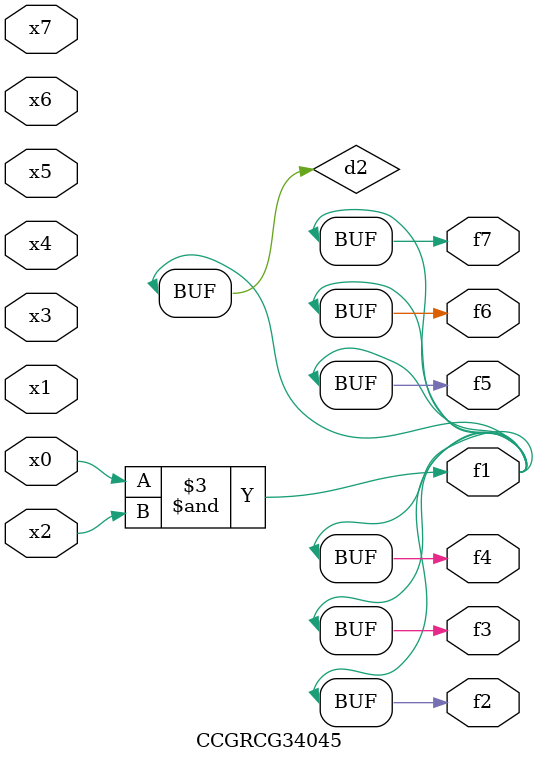
<source format=v>
module CCGRCG34045(
	input x0, x1, x2, x3, x4, x5, x6, x7,
	output f1, f2, f3, f4, f5, f6, f7
);

	wire d1, d2;

	nor (d1, x3, x6);
	and (d2, x0, x2);
	assign f1 = d2;
	assign f2 = d2;
	assign f3 = d2;
	assign f4 = d2;
	assign f5 = d2;
	assign f6 = d2;
	assign f7 = d2;
endmodule

</source>
